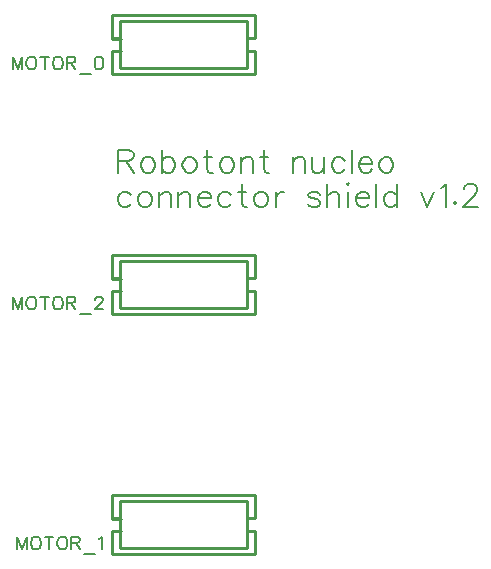
<source format=gto>
G04 Layer: TopSilkscreenLayer*
G04 EasyEDA v6.5.8, 2022-07-15 14:46:18*
G04 95380307c74c46c498c4c83f9ab85002,ba36109c29484f4592bc09a740c48d70,10*
G04 Gerber Generator version 0.2*
G04 Scale: 100 percent, Rotated: No, Reflected: No *
G04 Dimensions in millimeters *
G04 leading zeros omitted , absolute positions ,4 integer and 5 decimal *
%FSLAX45Y45*%
%MOMM*%

%ADD10C,0.2032*%
%ADD11C,0.1524*%
%ADD12C,0.2540*%

%LPD*%
D10*
X2228850Y-1778000D02*
G01*
X2228850Y-1971802D01*
X2228850Y-1778000D02*
G01*
X2311908Y-1778000D01*
X2339593Y-1787144D01*
X2348991Y-1796287D01*
X2358136Y-1814829D01*
X2358136Y-1833371D01*
X2348991Y-1851913D01*
X2339593Y-1861057D01*
X2311908Y-1870202D01*
X2228850Y-1870202D01*
X2293620Y-1870202D02*
G01*
X2358136Y-1971802D01*
X2465324Y-1842515D02*
G01*
X2446781Y-1851913D01*
X2428240Y-1870202D01*
X2419095Y-1897887D01*
X2419095Y-1916429D01*
X2428240Y-1944115D01*
X2446781Y-1962657D01*
X2465324Y-1971802D01*
X2493009Y-1971802D01*
X2511552Y-1962657D01*
X2529840Y-1944115D01*
X2539238Y-1916429D01*
X2539238Y-1897887D01*
X2529840Y-1870202D01*
X2511552Y-1851913D01*
X2493009Y-1842515D01*
X2465324Y-1842515D01*
X2600197Y-1778000D02*
G01*
X2600197Y-1971802D01*
X2600197Y-1870202D02*
G01*
X2618740Y-1851913D01*
X2637027Y-1842515D01*
X2664713Y-1842515D01*
X2683256Y-1851913D01*
X2701797Y-1870202D01*
X2710941Y-1897887D01*
X2710941Y-1916429D01*
X2701797Y-1944115D01*
X2683256Y-1962657D01*
X2664713Y-1971802D01*
X2637027Y-1971802D01*
X2618740Y-1962657D01*
X2600197Y-1944115D01*
X2818129Y-1842515D02*
G01*
X2799588Y-1851913D01*
X2781300Y-1870202D01*
X2771902Y-1897887D01*
X2771902Y-1916429D01*
X2781300Y-1944115D01*
X2799588Y-1962657D01*
X2818129Y-1971802D01*
X2845815Y-1971802D01*
X2864358Y-1962657D01*
X2882900Y-1944115D01*
X2892043Y-1916429D01*
X2892043Y-1897887D01*
X2882900Y-1870202D01*
X2864358Y-1851913D01*
X2845815Y-1842515D01*
X2818129Y-1842515D01*
X2980690Y-1778000D02*
G01*
X2980690Y-1934971D01*
X2989834Y-1962657D01*
X3008375Y-1971802D01*
X3026918Y-1971802D01*
X2953004Y-1842515D02*
G01*
X3017520Y-1842515D01*
X3134106Y-1842515D02*
G01*
X3115563Y-1851913D01*
X3097022Y-1870202D01*
X3087877Y-1897887D01*
X3087877Y-1916429D01*
X3097022Y-1944115D01*
X3115563Y-1962657D01*
X3134106Y-1971802D01*
X3161791Y-1971802D01*
X3180079Y-1962657D01*
X3198622Y-1944115D01*
X3208020Y-1916429D01*
X3208020Y-1897887D01*
X3198622Y-1870202D01*
X3180079Y-1851913D01*
X3161791Y-1842515D01*
X3134106Y-1842515D01*
X3268979Y-1842515D02*
G01*
X3268979Y-1971802D01*
X3268979Y-1879600D02*
G01*
X3296665Y-1851913D01*
X3314954Y-1842515D01*
X3342640Y-1842515D01*
X3361181Y-1851913D01*
X3370579Y-1879600D01*
X3370579Y-1971802D01*
X3459225Y-1778000D02*
G01*
X3459225Y-1934971D01*
X3468370Y-1962657D01*
X3486911Y-1971802D01*
X3505200Y-1971802D01*
X3431540Y-1842515D02*
G01*
X3496056Y-1842515D01*
X3708400Y-1842515D02*
G01*
X3708400Y-1971802D01*
X3708400Y-1879600D02*
G01*
X3736340Y-1851913D01*
X3754627Y-1842515D01*
X3782313Y-1842515D01*
X3800856Y-1851913D01*
X3810000Y-1879600D01*
X3810000Y-1971802D01*
X3870959Y-1842515D02*
G01*
X3870959Y-1934971D01*
X3880358Y-1962657D01*
X3898900Y-1971802D01*
X3926586Y-1971802D01*
X3944874Y-1962657D01*
X3972559Y-1934971D01*
X3972559Y-1842515D02*
G01*
X3972559Y-1971802D01*
X4144518Y-1870202D02*
G01*
X4125975Y-1851913D01*
X4107434Y-1842515D01*
X4079747Y-1842515D01*
X4061459Y-1851913D01*
X4042918Y-1870202D01*
X4033520Y-1897887D01*
X4033520Y-1916429D01*
X4042918Y-1944115D01*
X4061459Y-1962657D01*
X4079747Y-1971802D01*
X4107434Y-1971802D01*
X4125975Y-1962657D01*
X4144518Y-1944115D01*
X4205477Y-1778000D02*
G01*
X4205477Y-1971802D01*
X4266438Y-1897887D02*
G01*
X4377181Y-1897887D01*
X4377181Y-1879600D01*
X4368038Y-1861057D01*
X4358640Y-1851913D01*
X4340352Y-1842515D01*
X4312665Y-1842515D01*
X4294124Y-1851913D01*
X4275581Y-1870202D01*
X4266438Y-1897887D01*
X4266438Y-1916429D01*
X4275581Y-1944115D01*
X4294124Y-1962657D01*
X4312665Y-1971802D01*
X4340352Y-1971802D01*
X4358640Y-1962657D01*
X4377181Y-1944115D01*
X4484370Y-1842515D02*
G01*
X4465827Y-1851913D01*
X4447540Y-1870202D01*
X4438141Y-1897887D01*
X4438141Y-1916429D01*
X4447540Y-1944115D01*
X4465827Y-1962657D01*
X4484370Y-1971802D01*
X4512056Y-1971802D01*
X4530597Y-1962657D01*
X4549140Y-1944115D01*
X4558284Y-1916429D01*
X4558284Y-1897887D01*
X4549140Y-1870202D01*
X4530597Y-1851913D01*
X4512056Y-1842515D01*
X4484370Y-1842515D01*
X2333238Y-2160518D02*
G01*
X2314950Y-2142230D01*
X2296408Y-2132832D01*
X2268722Y-2132832D01*
X2250180Y-2142230D01*
X2231638Y-2160518D01*
X2222494Y-2188204D01*
X2222494Y-2206746D01*
X2231638Y-2234432D01*
X2250180Y-2252974D01*
X2268722Y-2262118D01*
X2296408Y-2262118D01*
X2314950Y-2252974D01*
X2333238Y-2234432D01*
X2440426Y-2132832D02*
G01*
X2421884Y-2142230D01*
X2403596Y-2160518D01*
X2394198Y-2188204D01*
X2394198Y-2206746D01*
X2403596Y-2234432D01*
X2421884Y-2252974D01*
X2440426Y-2262118D01*
X2468112Y-2262118D01*
X2486654Y-2252974D01*
X2505196Y-2234432D01*
X2514340Y-2206746D01*
X2514340Y-2188204D01*
X2505196Y-2160518D01*
X2486654Y-2142230D01*
X2468112Y-2132832D01*
X2440426Y-2132832D01*
X2575300Y-2132832D02*
G01*
X2575300Y-2262118D01*
X2575300Y-2169916D02*
G01*
X2602986Y-2142230D01*
X2621528Y-2132832D01*
X2649214Y-2132832D01*
X2667756Y-2142230D01*
X2676900Y-2169916D01*
X2676900Y-2262118D01*
X2737860Y-2132832D02*
G01*
X2737860Y-2262118D01*
X2737860Y-2169916D02*
G01*
X2765546Y-2142230D01*
X2784088Y-2132832D01*
X2811774Y-2132832D01*
X2830316Y-2142230D01*
X2839460Y-2169916D01*
X2839460Y-2262118D01*
X2900420Y-2188204D02*
G01*
X3011164Y-2188204D01*
X3011164Y-2169916D01*
X3002020Y-2151374D01*
X2992876Y-2142230D01*
X2974334Y-2132832D01*
X2946648Y-2132832D01*
X2928106Y-2142230D01*
X2909564Y-2160518D01*
X2900420Y-2188204D01*
X2900420Y-2206746D01*
X2909564Y-2234432D01*
X2928106Y-2252974D01*
X2946648Y-2262118D01*
X2974334Y-2262118D01*
X2992876Y-2252974D01*
X3011164Y-2234432D01*
X3183122Y-2160518D02*
G01*
X3164580Y-2142230D01*
X3146038Y-2132832D01*
X3118352Y-2132832D01*
X3100064Y-2142230D01*
X3081522Y-2160518D01*
X3072124Y-2188204D01*
X3072124Y-2206746D01*
X3081522Y-2234432D01*
X3100064Y-2252974D01*
X3118352Y-2262118D01*
X3146038Y-2262118D01*
X3164580Y-2252974D01*
X3183122Y-2234432D01*
X3271768Y-2068316D02*
G01*
X3271768Y-2225288D01*
X3280912Y-2252974D01*
X3299454Y-2262118D01*
X3317996Y-2262118D01*
X3244082Y-2132832D02*
G01*
X3308598Y-2132832D01*
X3425184Y-2132832D02*
G01*
X3406642Y-2142230D01*
X3388100Y-2160518D01*
X3378956Y-2188204D01*
X3378956Y-2206746D01*
X3388100Y-2234432D01*
X3406642Y-2252974D01*
X3425184Y-2262118D01*
X3452870Y-2262118D01*
X3471158Y-2252974D01*
X3489700Y-2234432D01*
X3498844Y-2206746D01*
X3498844Y-2188204D01*
X3489700Y-2160518D01*
X3471158Y-2142230D01*
X3452870Y-2132832D01*
X3425184Y-2132832D01*
X3559804Y-2132832D02*
G01*
X3559804Y-2262118D01*
X3559804Y-2188204D02*
G01*
X3569202Y-2160518D01*
X3587744Y-2142230D01*
X3606032Y-2132832D01*
X3633718Y-2132832D01*
X3938518Y-2160518D02*
G01*
X3929374Y-2142230D01*
X3901688Y-2132832D01*
X3874002Y-2132832D01*
X3846316Y-2142230D01*
X3836918Y-2160518D01*
X3846316Y-2179060D01*
X3864604Y-2188204D01*
X3910832Y-2197602D01*
X3929374Y-2206746D01*
X3938518Y-2225288D01*
X3938518Y-2234432D01*
X3929374Y-2252974D01*
X3901688Y-2262118D01*
X3874002Y-2262118D01*
X3846316Y-2252974D01*
X3836918Y-2234432D01*
X3999478Y-2068316D02*
G01*
X3999478Y-2262118D01*
X3999478Y-2169916D02*
G01*
X4027164Y-2142230D01*
X4045706Y-2132832D01*
X4073392Y-2132832D01*
X4091934Y-2142230D01*
X4101078Y-2169916D01*
X4101078Y-2262118D01*
X4162038Y-2068316D02*
G01*
X4171436Y-2077460D01*
X4180580Y-2068316D01*
X4171436Y-2058918D01*
X4162038Y-2068316D01*
X4171436Y-2132832D02*
G01*
X4171436Y-2262118D01*
X4241540Y-2188204D02*
G01*
X4352284Y-2188204D01*
X4352284Y-2169916D01*
X4343140Y-2151374D01*
X4333996Y-2142230D01*
X4315454Y-2132832D01*
X4287768Y-2132832D01*
X4269226Y-2142230D01*
X4250684Y-2160518D01*
X4241540Y-2188204D01*
X4241540Y-2206746D01*
X4250684Y-2234432D01*
X4269226Y-2252974D01*
X4287768Y-2262118D01*
X4315454Y-2262118D01*
X4333996Y-2252974D01*
X4352284Y-2234432D01*
X4413244Y-2068316D02*
G01*
X4413244Y-2262118D01*
X4585202Y-2068316D02*
G01*
X4585202Y-2262118D01*
X4585202Y-2160518D02*
G01*
X4566660Y-2142230D01*
X4548118Y-2132832D01*
X4520432Y-2132832D01*
X4502144Y-2142230D01*
X4483602Y-2160518D01*
X4474204Y-2188204D01*
X4474204Y-2206746D01*
X4483602Y-2234432D01*
X4502144Y-2252974D01*
X4520432Y-2262118D01*
X4548118Y-2262118D01*
X4566660Y-2252974D01*
X4585202Y-2234432D01*
X4788402Y-2132832D02*
G01*
X4843774Y-2262118D01*
X4899146Y-2132832D02*
G01*
X4843774Y-2262118D01*
X4960106Y-2105146D02*
G01*
X4978648Y-2096002D01*
X5006334Y-2068316D01*
X5006334Y-2262118D01*
X5076438Y-2216144D02*
G01*
X5067294Y-2225288D01*
X5076438Y-2234432D01*
X5085836Y-2225288D01*
X5076438Y-2216144D01*
X5155940Y-2114544D02*
G01*
X5155940Y-2105146D01*
X5165084Y-2086604D01*
X5174482Y-2077460D01*
X5193024Y-2068316D01*
X5229854Y-2068316D01*
X5248396Y-2077460D01*
X5257540Y-2086604D01*
X5266684Y-2105146D01*
X5266684Y-2123688D01*
X5257540Y-2142230D01*
X5238998Y-2169916D01*
X5146796Y-2262118D01*
X5276082Y-2262118D01*
D11*
X1333500Y-989584D02*
G01*
X1333500Y-1098550D01*
X1333500Y-989584D02*
G01*
X1375156Y-1098550D01*
X1416558Y-989584D02*
G01*
X1375156Y-1098550D01*
X1416558Y-989584D02*
G01*
X1416558Y-1098550D01*
X1482090Y-989584D02*
G01*
X1471675Y-994663D01*
X1461261Y-1005078D01*
X1456181Y-1015492D01*
X1450847Y-1031239D01*
X1450847Y-1057147D01*
X1456181Y-1072642D01*
X1461261Y-1083055D01*
X1471675Y-1093470D01*
X1482090Y-1098550D01*
X1502918Y-1098550D01*
X1513331Y-1093470D01*
X1523745Y-1083055D01*
X1528825Y-1072642D01*
X1534159Y-1057147D01*
X1534159Y-1031239D01*
X1528825Y-1015492D01*
X1523745Y-1005078D01*
X1513331Y-994663D01*
X1502918Y-989584D01*
X1482090Y-989584D01*
X1604772Y-989584D02*
G01*
X1604772Y-1098550D01*
X1568450Y-989584D02*
G01*
X1641093Y-989584D01*
X1706625Y-989584D02*
G01*
X1696211Y-994663D01*
X1685797Y-1005078D01*
X1680463Y-1015492D01*
X1675384Y-1031239D01*
X1675384Y-1057147D01*
X1680463Y-1072642D01*
X1685797Y-1083055D01*
X1696211Y-1093470D01*
X1706625Y-1098550D01*
X1727200Y-1098550D01*
X1737613Y-1093470D01*
X1748027Y-1083055D01*
X1753361Y-1072642D01*
X1758441Y-1057147D01*
X1758441Y-1031239D01*
X1753361Y-1015492D01*
X1748027Y-1005078D01*
X1737613Y-994663D01*
X1727200Y-989584D01*
X1706625Y-989584D01*
X1792731Y-989584D02*
G01*
X1792731Y-1098550D01*
X1792731Y-989584D02*
G01*
X1839468Y-989584D01*
X1855215Y-994663D01*
X1860295Y-999997D01*
X1865629Y-1010412D01*
X1865629Y-1020826D01*
X1860295Y-1031239D01*
X1855215Y-1036320D01*
X1839468Y-1041400D01*
X1792731Y-1041400D01*
X1829054Y-1041400D02*
G01*
X1865629Y-1098550D01*
X1899920Y-1135126D02*
G01*
X1993391Y-1135126D01*
X2058670Y-989584D02*
G01*
X2043175Y-994663D01*
X2032761Y-1010412D01*
X2027681Y-1036320D01*
X2027681Y-1051813D01*
X2032761Y-1077976D01*
X2043175Y-1093470D01*
X2058670Y-1098550D01*
X2069084Y-1098550D01*
X2084831Y-1093470D01*
X2095245Y-1077976D01*
X2100325Y-1051813D01*
X2100325Y-1036320D01*
X2095245Y-1010412D01*
X2084831Y-994663D01*
X2069084Y-989584D01*
X2058670Y-989584D01*
X1371600Y-5053578D02*
G01*
X1371600Y-5162544D01*
X1371600Y-5053578D02*
G01*
X1413256Y-5162544D01*
X1454658Y-5053578D02*
G01*
X1413256Y-5162544D01*
X1454658Y-5053578D02*
G01*
X1454658Y-5162544D01*
X1520190Y-5053578D02*
G01*
X1509775Y-5058658D01*
X1499361Y-5069072D01*
X1494281Y-5079486D01*
X1488947Y-5095234D01*
X1488947Y-5121142D01*
X1494281Y-5136636D01*
X1499361Y-5147050D01*
X1509775Y-5157464D01*
X1520190Y-5162544D01*
X1541018Y-5162544D01*
X1551431Y-5157464D01*
X1561845Y-5147050D01*
X1566925Y-5136636D01*
X1572259Y-5121142D01*
X1572259Y-5095234D01*
X1566925Y-5079486D01*
X1561845Y-5069072D01*
X1551431Y-5058658D01*
X1541018Y-5053578D01*
X1520190Y-5053578D01*
X1642872Y-5053578D02*
G01*
X1642872Y-5162544D01*
X1606550Y-5053578D02*
G01*
X1679193Y-5053578D01*
X1744725Y-5053578D02*
G01*
X1734311Y-5058658D01*
X1723897Y-5069072D01*
X1718563Y-5079486D01*
X1713484Y-5095234D01*
X1713484Y-5121142D01*
X1718563Y-5136636D01*
X1723897Y-5147050D01*
X1734311Y-5157464D01*
X1744725Y-5162544D01*
X1765300Y-5162544D01*
X1775713Y-5157464D01*
X1786127Y-5147050D01*
X1791461Y-5136636D01*
X1796541Y-5121142D01*
X1796541Y-5095234D01*
X1791461Y-5079486D01*
X1786127Y-5069072D01*
X1775713Y-5058658D01*
X1765300Y-5053578D01*
X1744725Y-5053578D01*
X1830831Y-5053578D02*
G01*
X1830831Y-5162544D01*
X1830831Y-5053578D02*
G01*
X1877568Y-5053578D01*
X1893315Y-5058658D01*
X1898395Y-5063992D01*
X1903729Y-5074406D01*
X1903729Y-5084820D01*
X1898395Y-5095234D01*
X1893315Y-5100314D01*
X1877568Y-5105394D01*
X1830831Y-5105394D01*
X1867154Y-5105394D02*
G01*
X1903729Y-5162544D01*
X1938020Y-5199120D02*
G01*
X2031491Y-5199120D01*
X2065781Y-5074406D02*
G01*
X2076195Y-5069072D01*
X2091690Y-5053578D01*
X2091690Y-5162544D01*
X1333500Y-3021589D02*
G01*
X1333500Y-3130555D01*
X1333500Y-3021589D02*
G01*
X1375156Y-3130555D01*
X1416558Y-3021589D02*
G01*
X1375156Y-3130555D01*
X1416558Y-3021589D02*
G01*
X1416558Y-3130555D01*
X1482090Y-3021589D02*
G01*
X1471675Y-3026669D01*
X1461261Y-3037083D01*
X1456181Y-3047497D01*
X1450847Y-3063245D01*
X1450847Y-3089153D01*
X1456181Y-3104647D01*
X1461261Y-3115061D01*
X1471675Y-3125475D01*
X1482090Y-3130555D01*
X1502918Y-3130555D01*
X1513331Y-3125475D01*
X1523745Y-3115061D01*
X1528825Y-3104647D01*
X1534159Y-3089153D01*
X1534159Y-3063245D01*
X1528825Y-3047497D01*
X1523745Y-3037083D01*
X1513331Y-3026669D01*
X1502918Y-3021589D01*
X1482090Y-3021589D01*
X1604772Y-3021589D02*
G01*
X1604772Y-3130555D01*
X1568450Y-3021589D02*
G01*
X1641093Y-3021589D01*
X1706625Y-3021589D02*
G01*
X1696211Y-3026669D01*
X1685797Y-3037083D01*
X1680463Y-3047497D01*
X1675384Y-3063245D01*
X1675384Y-3089153D01*
X1680463Y-3104647D01*
X1685797Y-3115061D01*
X1696211Y-3125475D01*
X1706625Y-3130555D01*
X1727200Y-3130555D01*
X1737613Y-3125475D01*
X1748027Y-3115061D01*
X1753361Y-3104647D01*
X1758441Y-3089153D01*
X1758441Y-3063245D01*
X1753361Y-3047497D01*
X1748027Y-3037083D01*
X1737613Y-3026669D01*
X1727200Y-3021589D01*
X1706625Y-3021589D01*
X1792731Y-3021589D02*
G01*
X1792731Y-3130555D01*
X1792731Y-3021589D02*
G01*
X1839468Y-3021589D01*
X1855215Y-3026669D01*
X1860295Y-3032003D01*
X1865629Y-3042417D01*
X1865629Y-3052831D01*
X1860295Y-3063245D01*
X1855215Y-3068325D01*
X1839468Y-3073405D01*
X1792731Y-3073405D01*
X1829054Y-3073405D02*
G01*
X1865629Y-3130555D01*
X1899920Y-3167131D02*
G01*
X1993391Y-3167131D01*
X2032761Y-3047497D02*
G01*
X2032761Y-3042417D01*
X2038095Y-3032003D01*
X2043175Y-3026669D01*
X2053590Y-3021589D01*
X2074418Y-3021589D01*
X2084831Y-3026669D01*
X2089911Y-3032003D01*
X2095245Y-3042417D01*
X2095245Y-3052831D01*
X2089911Y-3063245D01*
X2079497Y-3078739D01*
X2027681Y-3130555D01*
X2100325Y-3130555D01*
D12*
X3315792Y-940993D02*
G01*
X3385794Y-940993D01*
X3385794Y-1135989D01*
X2175789Y-1135989D01*
X2175789Y-940993D01*
X2245791Y-940993D01*
X3385794Y-940993D02*
G01*
X3315792Y-940993D01*
X3385794Y-835990D02*
G01*
X3320795Y-835990D01*
X3385794Y-1131011D02*
G01*
X3385794Y-940993D01*
X3320795Y-940993D01*
X2247315Y-941501D02*
G01*
X2177313Y-941501D01*
X2247315Y-836498D02*
G01*
X2177313Y-836498D01*
X2247315Y-941501D02*
G01*
X2177313Y-941501D01*
X2177313Y-1136497D01*
X3132302Y-1136497D01*
X3315792Y-1086002D02*
G01*
X3315792Y-686003D01*
X2245791Y-686003D01*
X2245791Y-1086002D01*
X3315792Y-1086002D01*
X2245791Y-835990D02*
G01*
X2175789Y-835990D01*
X2175789Y-635990D01*
X3385794Y-635990D01*
X3385794Y-835990D01*
X3315792Y-835990D01*
X3315784Y-5004983D02*
G01*
X3385786Y-5004983D01*
X3385786Y-5199979D01*
X2175781Y-5199979D01*
X2175781Y-5004983D01*
X2245784Y-5004983D01*
X3385786Y-5004983D02*
G01*
X3315784Y-5004983D01*
X3385786Y-4899980D02*
G01*
X3320788Y-4899980D01*
X3385786Y-5195001D02*
G01*
X3385786Y-5004983D01*
X3320788Y-5004983D01*
X2247308Y-5005491D02*
G01*
X2177305Y-5005491D01*
X2247308Y-4900488D02*
G01*
X2177305Y-4900488D01*
X2247308Y-5005491D02*
G01*
X2177305Y-5005491D01*
X2177305Y-5200487D01*
X3132294Y-5200487D01*
X3315784Y-5149992D02*
G01*
X3315784Y-4749993D01*
X2245784Y-4749993D01*
X2245784Y-5149992D01*
X3315784Y-5149992D01*
X2245784Y-4899980D02*
G01*
X2175781Y-4899980D01*
X2175781Y-4699980D01*
X3385786Y-4699980D01*
X3385786Y-4899980D01*
X3315784Y-4899980D01*
X3315784Y-2972988D02*
G01*
X3385786Y-2972988D01*
X3385786Y-3167984D01*
X2175781Y-3167984D01*
X2175781Y-2972988D01*
X2245784Y-2972988D01*
X3385786Y-2972988D02*
G01*
X3315784Y-2972988D01*
X3385786Y-2867985D02*
G01*
X3320788Y-2867985D01*
X3385786Y-3163006D02*
G01*
X3385786Y-2972988D01*
X3320788Y-2972988D01*
X2247308Y-2973496D02*
G01*
X2177305Y-2973496D01*
X2247308Y-2868493D02*
G01*
X2177305Y-2868493D01*
X2247308Y-2973496D02*
G01*
X2177305Y-2973496D01*
X2177305Y-3168492D01*
X3132294Y-3168492D01*
X3315784Y-3117997D02*
G01*
X3315784Y-2717998D01*
X2245784Y-2717998D01*
X2245784Y-3117997D01*
X3315784Y-3117997D01*
X2245784Y-2867985D02*
G01*
X2175781Y-2867985D01*
X2175781Y-2667985D01*
X3385786Y-2667985D01*
X3385786Y-2867985D01*
X3315784Y-2867985D01*
M02*

</source>
